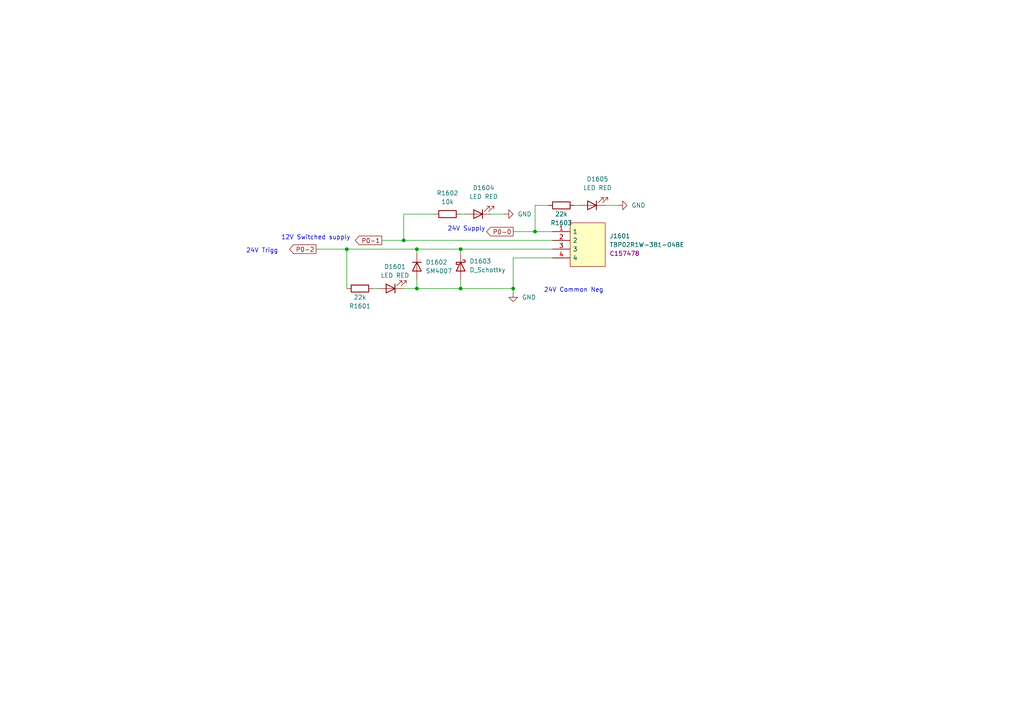
<source format=kicad_sch>
(kicad_sch (version 20211123) (generator eeschema)
  (paper "A4")
  (lib_symbols
    (symbol "Device:D_Schottky" (pin_numbers hide) (pin_names (offset 1.016) hide)
      (property "Reference" "D" (at 0 2.54 0))
      (property "Value" "D_Schottky" (at 0 -2.54 0))
      (symbol "D_Schottky_0_1"
        (polyline (pts (xy 1.27 0) (xy -1.27 0)))
        (polyline (pts (xy 1.27 1.27) (xy 1.27 -1.27) (xy -1.27 0) (xy 1.27 1.27)) (stroke (width 0.254)))
        (polyline (pts (xy -1.905 0.635) (xy -1.905 1.27) (xy -1.27 1.27) (xy -1.27 -1.27) (xy -0.635 -1.27) (xy -0.635 -0.635)) (stroke (width 0.254)))
      )
      (symbol "D_Schottky_1_1"
        (pin passive line (at -3.81 0 0) (length 2.54) (name "K") (number "1"))
        (pin passive line (at 3.81 0 180) (length 2.54) (name "A") (number "2"))
      )
    )
    (symbol "Device:LED" (pin_numbers hide) (pin_names (offset 1.016) hide)
      (property "Reference" "D" (at 0 2.54 0))
      (property "Value" "LED" (at 0 -2.54 0))
      (symbol "LED_0_1"
        (polyline (pts (xy -1.27 -1.27) (xy -1.27 1.27)) (stroke (width 0.254)))
        (polyline (pts (xy -1.27 0) (xy 1.27 0)))
        (polyline (pts (xy 1.27 -1.27) (xy 1.27 1.27) (xy -1.27 0) (xy 1.27 -1.27)) (stroke (width 0.254)))
        (polyline (pts (xy -3.048 -0.762) (xy -4.572 -2.286) (xy -3.81 -2.286) (xy -4.572 -2.286) (xy -4.572 -1.524)))
        (polyline (pts (xy -1.778 -0.762) (xy -3.302 -2.286) (xy -2.54 -2.286) (xy -3.302 -2.286) (xy -3.302 -1.524)))
      )
      (symbol "LED_1_1"
        (pin passive line (at -3.81 0 0) (length 2.54) (name "K") (number "1"))
        (pin passive line (at 3.81 0 180) (length 2.54) (name "A") (number "2"))
      )
    )
    (symbol "Device:R" (pin_numbers hide) (pin_names (offset 0))
      (property "Reference" "R" (at 2.032 0 90))
      (property "Value" "R" (at 0 0 90))
      (symbol "R_0_1"
        (rectangle (start -1.016 -2.54) (end 1.016 2.54) (stroke (width 0.254)))
      )
      (symbol "R_1_1"
        (pin passive line (at 0 3.81 270) (length 1.27) (name "~") (number "1"))
        (pin passive line (at 0 -3.81 90) (length 1.27) (name "~") (number "2"))
      )
    )
    (symbol "Diode:SM4007" (pin_numbers hide) (pin_names (offset 1.016) hide)
      (property "Reference" "D" (at 0 2.54 0))
      (property "Value" "SM4007" (at 0 -2.54 0))
      (symbol "SM4007_0_1"
        (polyline (pts (xy -1.27 1.27) (xy -1.27 -1.27)) (stroke (width 0.254)))
        (polyline (pts (xy 1.27 0) (xy -1.27 0)))
        (polyline (pts (xy 1.27 1.27) (xy 1.27 -1.27) (xy -1.27 0) (xy 1.27 1.27)) (stroke (width 0.254)))
      )
      (symbol "SM4007_1_1"
        (pin passive line (at -3.81 0 0) (length 2.54) (name "K") (number "1"))
        (pin passive line (at 3.81 0 180) (length 2.54) (name "A") (number "2"))
      )
    )
    (symbol "PCB_Library:TBP02R1W-381-04BE" (pin_names (offset 0.762))
      (property "Reference" "J" (at 16.51 7.62 0))
      (property "Value" "TBP02R1W-381-04BE" (at 16.51 5.08 0))
      (property "LCSC" "C157478" (at 1.27 4.445 0))
      (symbol "TBP02R1W-381-04BE_0_0"
        (pin passive line (at 0 0 0) (length 5.08) (name "1") (number "1"))
        (pin passive line (at 0 -2.54 0) (length 5.08) (name "2") (number "2"))
        (pin passive line (at 0 -5.08 0) (length 5.08) (name "3") (number "3"))
        (pin passive line (at 0 -7.62 0) (length 5.08) (name "4") (number "4"))
      )
      (symbol "TBP02R1W-381-04BE_0_1"
        (polyline (pts (xy 5.08 2.54) (xy 15.24 2.54) (xy 15.24 -10.16) (xy 5.08 -10.16) (xy 5.08 2.54)) (stroke (width 0.1524)) (fill (type background)))
      )
    )
    (symbol "power:GND" (power) (pin_names (offset 0))
      (property "Value" "GND" (at 0 -3.81 0))
      (symbol "GND_0_1"
        (polyline (pts (xy 0 0) (xy 0 -1.27) (xy 1.27 -1.27) (xy 0 -2.54) (xy -1.27 -1.27) (xy 0 -1.27)))
      )
      (symbol "GND_1_1"
        (pin power_in line (at 0 0 270) (length 0) hide (name "GND") (number "1"))
      )
    )
  )
  (junction (at 120.904 72.263))
  (junction (at 133.604 72.263))
  (junction (at 133.604 83.693))
  (junction (at 148.844 83.693))
  (junction (at 100.584 72.263))
  (junction (at 117.094 69.723))
  (junction (at 155.194 67.183))
  (junction (at 120.904 83.693))
  (wire (pts (xy 133.604 72.263) (xy 160.274 72.263)))
  (wire (pts (xy 133.604 83.693) (xy 133.604 81.153)))
  (wire (pts (xy 108.204 83.693) (xy 109.474 83.693)))
  (wire (pts (xy 100.584 72.263) (xy 120.904 72.263)))
  (wire (pts (xy 175.514 59.563) (xy 179.324 59.563)))
  (wire (pts (xy 155.194 59.563) (xy 155.194 67.183)))
  (wire (pts (xy 133.604 83.693) (xy 148.844 83.693)))
  (wire (pts (xy 166.624 59.563) (xy 167.894 59.563)))
  (wire (pts (xy 142.494 62.103) (xy 146.304 62.103)))
  (wire (pts (xy 110.744 69.723) (xy 117.094 69.723)))
  (wire (pts (xy 155.194 67.183) (xy 160.274 67.183)))
  (wire (pts (xy 148.844 83.693) (xy 148.844 84.963)))
  (wire (pts (xy 117.094 62.103) (xy 117.094 69.723)))
  (wire (pts (xy 159.004 59.563) (xy 155.194 59.563)))
  (wire (pts (xy 120.904 83.693) (xy 120.904 81.153)))
  (wire (pts (xy 120.904 83.693) (xy 133.604 83.693)))
  (wire (pts (xy 117.094 62.103) (xy 125.984 62.103)))
  (wire (pts (xy 117.094 83.693) (xy 120.904 83.693)))
  (wire (pts (xy 133.604 62.103) (xy 134.874 62.103)))
  (wire (pts (xy 148.844 74.803) (xy 148.844 83.693)))
  (wire (pts (xy 120.904 72.263) (xy 133.604 72.263)))
  (wire (pts (xy 100.584 72.263) (xy 100.584 83.693)))
  (wire (pts (xy 133.604 73.533) (xy 133.604 72.263)))
  (wire (pts (xy 160.274 74.803) (xy 148.844 74.803)))
  (wire (pts (xy 91.694 72.263) (xy 100.584 72.263)))
  (wire (pts (xy 148.844 67.183) (xy 155.194 67.183)))
  (wire (pts (xy 117.094 69.723) (xy 160.274 69.723)))
  (wire (pts (xy 120.904 73.533) (xy 120.904 72.263)))
  (text "12V Switched supply" (at 81.534 69.723 0) (effects (font (size 1.27 1.27)) (justify left bottom)))
  (text "24V Trigg" (at 71.374 73.533 0) (effects (font (size 1.27 1.27)) (justify left bottom)))
  (text "24V Supply" (at 129.794 67.183 0) (effects (font (size 1.27 1.27)) (justify left bottom)))
  (text "24V Common Neg" (at 157.734 84.963 0) (effects (font (size 1.27 1.27)) (justify left bottom)))
  (global_label "P0-1" (shape output) (at 110.744 69.723 180) (property "Intersheet References" "${INTERSHEET_REFS}" (effects hide)))
  (global_label "P0-2" (shape output) (at 91.694 72.263 180) (property "Intersheet References" "${INTERSHEET_REFS}" (effects hide)))
  (global_label "P0-0" (shape output) (at 148.844 67.183 180) (property "Intersheet References" "${INTERSHEET_REFS}" (effects hide)))
  (symbol (lib_id "power:GND") (at 179.324 59.563 90) (unit 1)
    (property "Reference" "#PWR01603" (effects hide))
    (property "Value" "GND" (at 183.134 59.5629 90) (effects (justify right)))
  )
  (symbol (lib_id "Diode:SM4007") (at 120.904 77.343 270) (unit 1)
    (property "Reference" "D1602" (at 123.444 76.0729 90) (effects (justify left)))
    (property "Value" "SM4007" (at 123.444 78.6129 90) (effects (justify left)))
    (property "Footprint" "Diode_SMD:D_MELF" (effects hide))
    (property "Datasheet" "http://cdn-reichelt.de/documents/datenblatt/A400/SMD1N400%23DIO.pdf" (effects hide))
    (property "LCSC" "C64898" (effects hide))
  )
  (symbol (lib_id "Device:LED") (at 138.684 62.103 180) (unit 1)
    (property "Reference" "D1604" (at 140.2715 54.483 0))
    (property "Value" "LED RED" (at 140.2715 57.023 0))
    (property "Footprint" "Footprints:LED_0603_1608Metric" (effects hide))
    (property "LCSC" "C2286" (effects hide))
  )
  (symbol (lib_id "Device:D_Schottky") (at 133.604 77.343 270) (unit 1)
    (property "Reference" "D1603" (at 136.144 75.7554 90) (effects (justify left)))
    (property "Value" "D_Schottky" (at 136.144 78.2954 90) (effects (justify left)))
    (property "Footprint" "Footprints:D_SOD-323" (effects hide))
    (property "LCSC" "C37704" (effects hide))
  )
  (symbol (lib_id "PCB_Library:TBP02R1W-381-04BE") (at 160.274 67.183 0) (unit 1)
    (property "Reference" "J1601" (at 176.784 68.4529 0) (effects (justify left)))
    (property "Value" "TBP02R1W-381-04BE" (at 176.784 70.9929 0) (effects (justify left)))
    (property "Footprint" "Library:CUI_TBP02R1W-381-04GR-UPDATE" (effects hide))
    (property "Datasheet" "https://www.cui.com/product/resource/tbp02r1w-381.pdf" (effects hide))
    (property "Description" "Position Terminal Block Header, Male Pins, Shrouded (4 Side) 0.150\" (3.81mm) 90, Right Angle Through Hole" (effects hide))
    (property "Height" "7.2" (effects hide))
    (property "Manufacturer_Name" "CUI Inc." (effects hide))
    (property "Manufacturer_Part_Number" "TBP02R1W-381-04BE" (effects hide))
    (property "LCSC" "C157478" (at 176.784 73.5329 0) (effects (justify left)))
  )
  (symbol (lib_id "Device:LED") (at 113.284 83.693 180) (unit 1)
    (property "Reference" "D1601" (at 114.554 77.343 0))
    (property "Value" "LED RED" (at 114.554 79.883 0))
    (property "Footprint" "Footprints:LED_0603_1608Metric" (effects hide))
    (property "LCSC" "C2286" (effects hide))
  )
  (symbol (lib_id "power:GND") (at 146.304 62.103 90) (unit 1)
    (property "Reference" "#PWR01601" (effects hide))
    (property "Value" "GND" (at 150.114 62.1029 90) (effects (justify right)))
  )
  (symbol (lib_id "power:GND") (at 148.844 84.963 0) (unit 1)
    (property "Reference" "#PWR01602" (effects hide))
    (property "Value" "GND" (at 151.384 86.2329 0) (effects (justify left)))
  )
  (symbol (lib_id "Device:R") (at 162.814 59.563 90) (unit 1)
    (property "Reference" "R1603" (at 162.814 64.643 90))
    (property "Value" "22k" (at 162.814 62.103 90))
    (property "Footprint" "Footprints:R_0402_1005Metric" (effects hide))
    (property "LCSC" "C25768" (effects hide))
  )
  (symbol (lib_id "Device:R") (at 104.394 83.693 90) (unit 1)
    (property "Reference" "R1601" (at 104.394 88.773 90))
    (property "Value" "22k" (at 104.394 86.233 90))
    (property "Footprint" "Footprints:R_0402_1005Metric" (effects hide))
    (property "LCSC" "C25768" (effects hide))
  )
  (symbol (lib_id "Device:LED") (at 171.704 59.563 180) (unit 1)
    (property "Reference" "D1605" (at 173.2915 51.943 0))
    (property "Value" "LED RED" (at 173.2915 54.483 0))
    (property "Footprint" "Footprints:LED_0603_1608Metric" (effects hide))
    (property "LCSC" "C2286" (effects hide))
  )
  (symbol (lib_id "Device:R") (at 129.794 62.103 270) (unit 1)
    (property "Reference" "R1602" (at 129.794 56.007 90))
    (property "Value" "10k" (at 129.794 58.547 90))
    (property "Footprint" "Footprints:R_0402_1005Metric" (effects hide))
    (property "LCSC" "C25744" (effects hide))
  )
)
</source>
